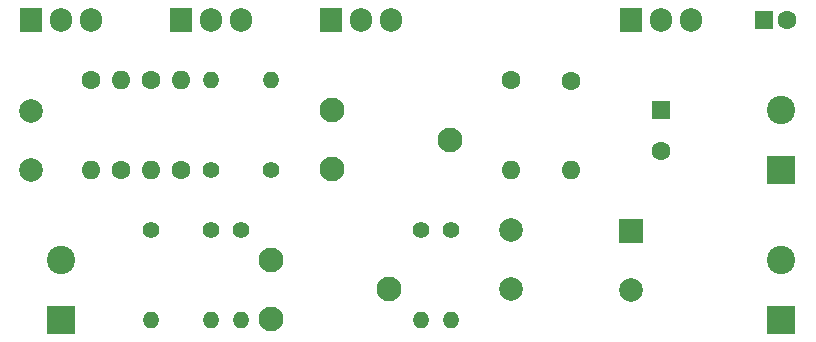
<source format=gtl>
G04 #@! TF.GenerationSoftware,KiCad,Pcbnew,7.0.5*
G04 #@! TF.CreationDate,2023-06-03T16:25:11+02:00*
G04 #@! TF.ProjectId,avt2464,61767432-3436-4342-9e6b-696361645f70,rev?*
G04 #@! TF.SameCoordinates,Original*
G04 #@! TF.FileFunction,Copper,L1,Top*
G04 #@! TF.FilePolarity,Positive*
%FSLAX46Y46*%
G04 Gerber Fmt 4.6, Leading zero omitted, Abs format (unit mm)*
G04 Created by KiCad (PCBNEW 7.0.5) date 2023-06-03 16:25:11*
%MOMM*%
%LPD*%
G01*
G04 APERTURE LIST*
G04 #@! TA.AperFunction,ComponentPad*
%ADD10C,1.400000*%
G04 #@! TD*
G04 #@! TA.AperFunction,ComponentPad*
%ADD11O,1.400000X1.400000*%
G04 #@! TD*
G04 #@! TA.AperFunction,ComponentPad*
%ADD12C,1.600000*%
G04 #@! TD*
G04 #@! TA.AperFunction,ComponentPad*
%ADD13O,1.600000X1.600000*%
G04 #@! TD*
G04 #@! TA.AperFunction,ComponentPad*
%ADD14C,2.100000*%
G04 #@! TD*
G04 #@! TA.AperFunction,ComponentPad*
%ADD15C,2.000000*%
G04 #@! TD*
G04 #@! TA.AperFunction,ComponentPad*
%ADD16R,2.400000X2.400000*%
G04 #@! TD*
G04 #@! TA.AperFunction,ComponentPad*
%ADD17C,2.400000*%
G04 #@! TD*
G04 #@! TA.AperFunction,ComponentPad*
%ADD18R,1.600000X1.600000*%
G04 #@! TD*
G04 #@! TA.AperFunction,ComponentPad*
%ADD19R,1.905000X2.000000*%
G04 #@! TD*
G04 #@! TA.AperFunction,ComponentPad*
%ADD20O,1.905000X2.000000*%
G04 #@! TD*
G04 #@! TA.AperFunction,ComponentPad*
%ADD21R,2.000000X2.000000*%
G04 #@! TD*
G04 APERTURE END LIST*
D10*
X45720000Y-40640000D03*
D11*
X45720000Y-48260000D03*
D12*
X38100000Y-27940000D03*
D13*
X38100000Y-35560000D03*
D12*
X73660000Y-28060000D03*
D13*
X73660000Y-35560000D03*
D14*
X48260000Y-43180000D03*
X48260000Y-48180000D03*
X58260000Y-45680000D03*
D15*
X27940000Y-35560000D03*
X27940000Y-30560000D03*
D10*
X43180000Y-40640000D03*
D11*
X43180000Y-48260000D03*
D12*
X40640000Y-35560000D03*
D13*
X40640000Y-27940000D03*
D10*
X43180000Y-35560000D03*
D11*
X43180000Y-27940000D03*
D12*
X68580000Y-27940000D03*
D13*
X68580000Y-35560000D03*
D16*
X30480000Y-48260000D03*
D17*
X30480000Y-43180000D03*
D18*
X81280000Y-30520000D03*
D12*
X81280000Y-34020000D03*
X35560000Y-35560000D03*
D13*
X35560000Y-27940000D03*
D10*
X48260000Y-35560000D03*
D11*
X48260000Y-27940000D03*
D16*
X91440000Y-48260000D03*
D17*
X91440000Y-43180000D03*
D19*
X27940000Y-22860000D03*
D20*
X30480000Y-22860000D03*
X33020000Y-22860000D03*
D15*
X68580000Y-40640000D03*
X68580000Y-45640000D03*
D16*
X91440000Y-35560000D03*
D17*
X91440000Y-30480000D03*
D12*
X33020000Y-27940000D03*
D13*
X33020000Y-35560000D03*
D19*
X53340000Y-22860000D03*
D20*
X55880000Y-22860000D03*
X58420000Y-22860000D03*
D19*
X40640000Y-22860000D03*
D20*
X43180000Y-22860000D03*
X45720000Y-22860000D03*
D10*
X63500000Y-40640000D03*
D11*
X63500000Y-48260000D03*
D18*
X89940000Y-22860000D03*
D12*
X91940000Y-22860000D03*
D10*
X38100000Y-40640000D03*
D11*
X38100000Y-48260000D03*
D14*
X53420000Y-30520000D03*
X53420000Y-35520000D03*
X63420000Y-33020000D03*
D21*
X78740000Y-40720000D03*
D15*
X78740000Y-45720000D03*
D10*
X60960000Y-40640000D03*
D11*
X60960000Y-48260000D03*
D19*
X78740000Y-22860000D03*
D20*
X81280000Y-22860000D03*
X83820000Y-22860000D03*
M02*

</source>
